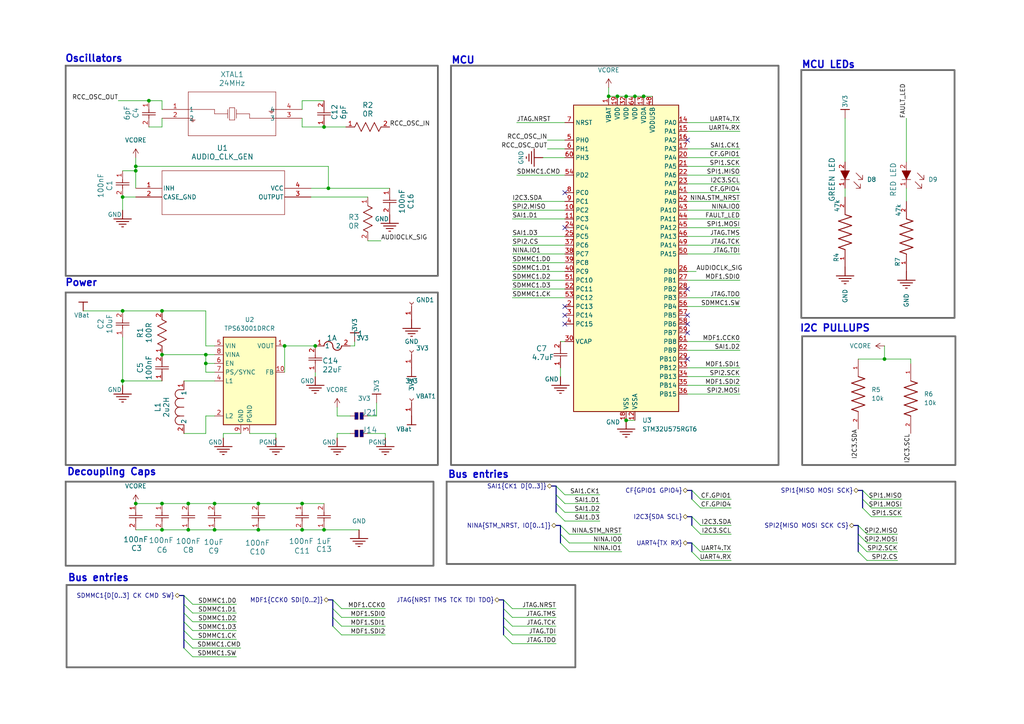
<source format=kicad_sch>
(kicad_sch (version 20250114) (generator "eeschema") (generator_version "9.0")
  (paper "A4")
  (rectangle (start 19.05 19.05) (end 127 80.01) (stroke (width 0.508) (color 102 102 102 1)))
  (rectangle (start 232.41 20.32) (end 276.86 92.202) (stroke (width 0.508) (color 102 102 102 1)))
  (rectangle (start 129.54 139.7) (end 277.114 163.576) (stroke (width 0.508) (color 102 102 102 1)))
  (rectangle (start 130.81 19.05) (end 225.806 134.874) (stroke (width 0.508) (color 102 102 102 1)))
  (rectangle (start 19.05 139.7) (end 125.73 164.084) (stroke (width 0.508) (color 102 102 102 1)))
  (rectangle (start 19.304 169.672) (end 166.878 193.548) (stroke (width 0.508) (color 102 102 102 1)))
  (rectangle (start 232.664 97.536) (end 277.114 134.874) (stroke (width 0.508) (color 102 102 102 1)))
  (rectangle (start 19.05 84.836) (end 127 134.874) (stroke (width 0.508) (color 102 102 102 1)))
  (text "Decoupling Caps\n" (at 19.304 138.176 0) (effects (font (size 2.032 2.032) (thickness 0.4064) (bold yes)) (justify left bottom)))
  (text "Bus entries" (at 129.794 138.938 0) (effects (font (size 2.032 2.032) (thickness 0.4064) (bold yes)) (justify left bottom)))
  (text "Power" (at 18.796 83.312 0) (effects (font (size 2.032 2.032) (thickness 0.4064) (bold yes)) (justify left bottom)))
  (text "Bus entries" (at 19.558 168.91 0) (effects (font (size 2.032 2.032) (thickness 0.4064) (bold yes)) (justify left bottom)))
  (text "MCU LEDs\n" (at 232.41 20.066 0) (effects (font (size 2.032 2.032) (thickness 0.4064) (bold yes)) (justify left bottom)))
  (text "I2C PULLUPS\n" (at 231.902 96.52 0) (effects (font (size 2.032 2.032) (thickness 0.4064) (bold yes)) (justify left bottom)))
  (text "MCU" (at 130.81 18.796 0) (effects (font (size 2.032 2.032) (thickness 0.4064) (bold yes)) (justify left bottom)))
  (text "Oscillators" (at 18.796 18.288 0) (effects (font (size 2.032 2.032) (thickness 0.4064) (bold yes)) (justify left bottom)))
  (junction (at 39.37 49.53))
  (junction (at 181.61 121.92))
  (junction (at 59.69 105.41))
  (junction (at 46.99 153.67))
  (junction (at 82.55 100.33))
  (junction (at 93.98 36.83))
  (junction (at 43.18 29.21))
  (junction (at 39.37 146.05))
  (junction (at 256.54 104.14))
  (junction (at 93.98 153.67))
  (junction (at 179.07 27.94))
  (junction (at 35.56 90.17))
  (junction (at 35.56 57.15))
  (junction (at 95.25 54.61))
  (junction (at 59.69 102.87))
  (junction (at 181.61 27.94))
  (junction (at 74.93 153.67))
  (junction (at 87.63 153.67))
  (junction (at 39.37 48.26))
  (junction (at 35.56 110.49))
  (junction (at 54.61 146.05))
  (junction (at 46.99 146.05))
  (junction (at 62.23 146.05))
  (junction (at 184.15 27.94))
  (junction (at 87.63 146.05))
  (junction (at 176.53 27.94))
  (junction (at 46.99 90.17))
  (junction (at 62.23 153.67))
  (junction (at 186.69 27.94))
  (junction (at 46.99 102.87))
  (junction (at 54.61 153.67))
  (junction (at 74.93 146.05))
  (junction (at 91.44 100.33))
  (no_connect (at 199.39 83.82))
  (no_connect (at 163.83 91.44))
  (no_connect (at 199.39 96.52))
  (no_connect (at 163.83 88.9))
  (no_connect (at 199.39 40.64))
  (no_connect (at 199.39 91.44))
  (no_connect (at 163.83 93.98))
  (no_connect (at 163.83 55.88))
  (no_connect (at 199.39 93.98))
  (no_connect (at 163.83 66.04))
  (no_connect (at 199.39 104.14))
  (bus_entry (at 200.66 149.86) (size 2.54 2.54))
  (bus_entry (at 55.88 190.5) (size -2.54 -2.54))
  (bus_entry (at 200.66 152.4) (size 2.54 2.54))
  (bus_entry (at 55.88 182.88) (size -2.54 -2.54))
  (bus_entry (at 161.29 146.05) (size 2.54 2.54))
  (bus_entry (at 165.1 160.02) (size -2.54 -2.54))
  (bus_entry (at 248.92 152.4) (size 2.54 2.54))
  (bus_entry (at 248.92 157.48) (size 2.54 2.54))
  (bus_entry (at 250.19 144.78) (size 2.54 2.54))
  (bus_entry (at 148.59 181.61) (size -2.54 -2.54))
  (bus_entry (at 200.66 157.48) (size 2.54 2.54))
  (bus_entry (at 200.66 142.24) (size 2.54 2.54))
  (bus_entry (at 200.66 160.02) (size 2.54 2.54))
  (bus_entry (at 161.29 148.59) (size 2.54 2.54))
  (bus_entry (at 250.19 147.32) (size 2.54 2.54))
  (bus_entry (at 55.88 185.42) (size -2.54 -2.54))
  (bus_entry (at 55.88 175.26) (size -2.54 -2.54))
  (bus_entry (at 248.92 154.94) (size 2.54 2.54))
  (bus_entry (at 55.88 180.34) (size -2.54 -2.54))
  (bus_entry (at 99.06 184.15) (size -2.54 -2.54))
  (bus_entry (at 165.1 154.94) (size -2.54 -2.54))
  (bus_entry (at 200.66 144.78) (size 2.54 2.54))
  (bus_entry (at 99.06 179.07) (size -2.54 -2.54))
  (bus_entry (at 99.06 181.61) (size -2.54 -2.54))
  (bus_entry (at 99.06 176.53) (size -2.54 -2.54))
  (bus_entry (at 55.88 177.8) (size -2.54 -2.54))
  (bus_entry (at 148.59 184.15) (size -2.54 -2.54))
  (bus_entry (at 165.1 157.48) (size -2.54 -2.54))
  (bus_entry (at 161.29 143.51) (size 2.54 2.54))
  (bus_entry (at 148.59 179.07) (size -2.54 -2.54))
  (bus_entry (at 248.92 160.02) (size 2.54 2.54))
  (bus_entry (at 250.19 142.24) (size 2.54 2.54))
  (bus_entry (at 55.88 187.96) (size -2.54 -2.54))
  (bus_entry (at 161.29 140.97) (size 2.54 2.54))
  (bus_entry (at 148.59 186.69) (size -2.54 -2.54))
  (bus_entry (at 148.59 176.53) (size -2.54 -2.54))
  (wire (pts (xy 53.34 110.49) (xy 62.23 110.49)))
  (wire (pts (xy 264.16 105.41) (xy 264.16 104.14)))
  (bus (pts (xy 53.34 180.34) (xy 53.34 177.8)))
  (wire (pts (xy 39.37 153.67) (xy 46.99 153.67)))
  (bus (pts (xy 144.78 173.99) (xy 146.05 173.99)))
  (wire (pts (xy 24.13 90.17) (xy 35.56 90.17)))
  (bus (pts (xy 247.65 152.4) (xy 248.92 152.4)))
  (wire (pts (xy 148.59 58.42) (xy 163.83 58.42)))
  (wire (pts (xy 35.56 97.79) (xy 35.56 110.49)))
  (wire (pts (xy 35.56 60.96) (xy 35.56 57.15)))
  (bus (pts (xy 199.39 149.86) (xy 200.66 149.86)))
  (wire (pts (xy 148.59 179.07) (xy 161.29 179.07)))
  (wire (pts (xy 264.16 104.14) (xy 256.54 104.14)))
  (wire (pts (xy 199.39 106.68) (xy 214.63 106.68)))
  (wire (pts (xy 203.2 154.94) (xy 212.09 154.94)))
  (wire (pts (xy 184.15 27.94) (xy 186.69 27.94)))
  (wire (pts (xy 82.55 100.33) (xy 82.55 107.95)))
  (wire (pts (xy 199.39 35.56) (xy 214.63 35.56)))
  (bus (pts (xy 146.05 179.07) (xy 146.05 176.53)))
  (wire (pts (xy 87.63 36.83) (xy 93.98 36.83)))
  (wire (pts (xy 148.59 76.2) (xy 163.83 76.2)))
  (wire (pts (xy 181.61 121.92) (xy 184.15 121.92)))
  (wire (pts (xy 199.39 50.8) (xy 214.63 50.8)))
  (wire (pts (xy 53.34 125.73) (xy 59.69 125.73)))
  (wire (pts (xy 163.83 148.59) (xy 173.99 148.59)))
  (wire (pts (xy 251.46 160.02) (xy 260.35 160.02)))
  (wire (pts (xy 199.39 114.3) (xy 214.63 114.3)))
  (bus (pts (xy 146.05 181.61) (xy 146.05 179.07)))
  (wire (pts (xy 203.2 160.02) (xy 212.09 160.02)))
  (wire (pts (xy 93.98 153.67) (xy 104.14 153.67)))
  (wire (pts (xy 74.93 146.05) (xy 87.63 146.05)))
  (wire (pts (xy 176.53 25.4) (xy 176.53 27.94)))
  (wire (pts (xy 199.39 86.36) (xy 214.63 86.36)))
  (wire (pts (xy 62.23 146.05) (xy 74.93 146.05)))
  (wire (pts (xy 199.39 38.1) (xy 214.63 38.1)))
  (wire (pts (xy 251.46 154.94) (xy 260.35 154.94)))
  (wire (pts (xy 148.59 71.12) (xy 163.83 71.12)))
  (wire (pts (xy 109.22 120.65) (xy 109.22 116.84)))
  (bus (pts (xy 53.34 182.88) (xy 53.34 180.34)))
  (wire (pts (xy 46.99 36.83) (xy 46.99 34.29)))
  (bus (pts (xy 146.05 184.15) (xy 146.05 181.61)))
  (wire (pts (xy 148.59 63.5) (xy 163.83 63.5)))
  (wire (pts (xy 262.89 34.29) (xy 262.89 46.99)))
  (wire (pts (xy 111.76 125.73) (xy 111.76 127)))
  (wire (pts (xy 199.39 55.88) (xy 214.63 55.88)))
  (wire (pts (xy 199.39 78.74) (xy 201.93 78.74)))
  (wire (pts (xy 74.93 153.67) (xy 87.63 153.67)))
  (wire (pts (xy 46.99 31.75) (xy 46.99 29.21)))
  (bus (pts (xy 53.34 172.72) (xy 53.34 175.26)))
  (wire (pts (xy 256.54 100.33) (xy 256.54 104.14)))
  (wire (pts (xy 148.59 81.28) (xy 163.83 81.28)))
  (wire (pts (xy 148.59 83.82) (xy 163.83 83.82)))
  (wire (pts (xy 148.59 60.96) (xy 163.83 60.96)))
  (bus (pts (xy 200.66 157.48) (xy 200.66 160.02)))
  (wire (pts (xy 99.06 179.07) (xy 111.76 179.07)))
  (wire (pts (xy 95.25 54.61) (xy 113.03 54.61)))
  (wire (pts (xy 97.79 118.11) (xy 97.79 120.65)))
  (wire (pts (xy 59.69 105.41) (xy 59.69 107.95)))
  (bus (pts (xy 52.07 172.72) (xy 53.34 172.72)))
  (wire (pts (xy 165.1 157.48) (xy 180.34 157.48)))
  (bus (pts (xy 161.29 143.51) (xy 161.29 146.05)))
  (wire (pts (xy 35.56 90.17) (xy 46.99 90.17)))
  (wire (pts (xy 252.73 144.78) (xy 261.62 144.78)))
  (wire (pts (xy 149.86 50.8) (xy 163.83 50.8)))
  (wire (pts (xy 72.39 125.73) (xy 80.01 125.73)))
  (wire (pts (xy 199.39 60.96) (xy 214.63 60.96)))
  (wire (pts (xy 93.98 36.83) (xy 100.33 36.83)))
  (wire (pts (xy 165.1 160.02) (xy 180.34 160.02)))
  (wire (pts (xy 248.92 104.14) (xy 256.54 104.14)))
  (wire (pts (xy 165.1 154.94) (xy 180.34 154.94)))
  (wire (pts (xy 163.83 43.18) (xy 158.75 43.18)))
  (bus (pts (xy 248.92 154.94) (xy 248.92 157.48)))
  (wire (pts (xy 64.77 125.73) (xy 69.85 125.73)))
  (wire (pts (xy 199.39 101.6) (xy 214.63 101.6)))
  (wire (pts (xy 148.59 78.74) (xy 163.83 78.74)))
  (wire (pts (xy 245.11 54.61) (xy 245.11 57.15)))
  (bus (pts (xy 95.25 173.99) (xy 96.52 173.99)))
  (wire (pts (xy 35.56 57.15) (xy 39.37 57.15)))
  (wire (pts (xy 97.79 125.73) (xy 101.6 125.73)))
  (wire (pts (xy 203.2 147.32) (xy 212.09 147.32)))
  (wire (pts (xy 90.17 57.15) (xy 106.68 57.15)))
  (wire (pts (xy 199.39 66.04) (xy 214.63 66.04)))
  (bus (pts (xy 248.92 157.48) (xy 248.92 160.02)))
  (wire (pts (xy 59.69 105.41) (xy 62.23 105.41)))
  (wire (pts (xy 43.18 36.83) (xy 46.99 36.83)))
  (wire (pts (xy 252.73 149.86) (xy 261.62 149.86)))
  (wire (pts (xy 148.59 176.53) (xy 161.29 176.53)))
  (bus (pts (xy 250.19 144.78) (xy 250.19 147.32)))
  (bus (pts (xy 200.66 142.24) (xy 200.66 144.78)))
  (wire (pts (xy 62.23 153.67) (xy 74.93 153.67)))
  (wire (pts (xy 99.06 176.53) (xy 111.76 176.53)))
  (wire (pts (xy 163.83 151.13) (xy 173.99 151.13)))
  (wire (pts (xy 199.39 45.72) (xy 214.63 45.72)))
  (wire (pts (xy 97.79 127) (xy 97.79 125.73)))
  (wire (pts (xy 162.56 109.22) (xy 162.56 106.68)))
  (wire (pts (xy 148.59 73.66) (xy 163.83 73.66)))
  (wire (pts (xy 55.88 182.88) (xy 68.58 182.88)))
  (wire (pts (xy 199.39 48.26) (xy 214.63 48.26)))
  (wire (pts (xy 181.61 27.94) (xy 184.15 27.94)))
  (wire (pts (xy 110.49 69.85) (xy 106.68 69.85)))
  (wire (pts (xy 59.69 125.73) (xy 59.69 120.65)))
  (wire (pts (xy 106.68 125.73) (xy 111.76 125.73)))
  (wire (pts (xy 59.69 90.17) (xy 46.99 90.17)))
  (wire (pts (xy 203.2 144.78) (xy 212.09 144.78)))
  (wire (pts (xy 179.07 27.94) (xy 181.61 27.94)))
  (wire (pts (xy 199.39 99.06) (xy 214.63 99.06)))
  (wire (pts (xy 54.61 146.05) (xy 62.23 146.05)))
  (wire (pts (xy 199.39 73.66) (xy 214.63 73.66)))
  (wire (pts (xy 87.63 153.67) (xy 93.98 153.67)))
  (wire (pts (xy 90.17 54.61) (xy 95.25 54.61)))
  (wire (pts (xy 199.39 63.5) (xy 214.63 63.5)))
  (wire (pts (xy 97.79 120.65) (xy 101.6 120.65)))
  (wire (pts (xy 163.83 146.05) (xy 173.99 146.05)))
  (wire (pts (xy 39.37 45.72) (xy 39.37 48.26)))
  (bus (pts (xy 161.29 152.4) (xy 162.56 152.4)))
  (wire (pts (xy 82.55 100.33) (xy 91.44 100.33)))
  (wire (pts (xy 54.61 153.67) (xy 62.23 153.67)))
  (wire (pts (xy 55.88 177.8) (xy 68.58 177.8)))
  (wire (pts (xy 59.69 102.87) (xy 59.69 105.41)))
  (wire (pts (xy 199.39 109.22) (xy 214.63 109.22)))
  (wire (pts (xy 157.48 45.72) (xy 163.83 45.72)))
  (wire (pts (xy 251.46 162.56) (xy 260.35 162.56)))
  (wire (pts (xy 87.63 29.21) (xy 93.98 29.21)))
  (wire (pts (xy 245.11 34.29) (xy 245.11 46.99)))
  (wire (pts (xy 55.88 180.34) (xy 68.58 180.34)))
  (bus (pts (xy 161.29 146.05) (xy 161.29 148.59)))
  (wire (pts (xy 95.25 48.26) (xy 95.25 54.61)))
  (wire (pts (xy 99.06 184.15) (xy 111.76 184.15)))
  (bus (pts (xy 161.29 140.97) (xy 161.29 143.51)))
  (wire (pts (xy 55.88 185.42) (xy 68.58 185.42)))
  (wire (pts (xy 251.46 157.48) (xy 260.35 157.48)))
  (wire (pts (xy 46.99 110.49) (xy 35.56 110.49)))
  (wire (pts (xy 39.37 48.26) (xy 95.25 48.26)))
  (bus (pts (xy 160.02 140.97) (xy 161.29 140.97)))
  (wire (pts (xy 148.59 186.69) (xy 161.29 186.69)))
  (wire (pts (xy 199.39 71.12) (xy 214.63 71.12)))
  (wire (pts (xy 59.69 102.87) (xy 62.23 102.87)))
  (wire (pts (xy 186.69 27.94) (xy 189.23 27.94)))
  (wire (pts (xy 46.99 153.67) (xy 54.61 153.67)))
  (bus (pts (xy 162.56 152.4) (xy 162.56 154.94)))
  (bus (pts (xy 96.52 173.99) (xy 96.52 176.53)))
  (wire (pts (xy 87.63 34.29) (xy 87.63 36.83)))
  (wire (pts (xy 149.86 35.56) (xy 163.83 35.56)))
  (wire (pts (xy 39.37 49.53) (xy 39.37 54.61)))
  (wire (pts (xy 99.06 181.61) (xy 111.76 181.61)))
  (wire (pts (xy 158.75 40.64) (xy 163.83 40.64)))
  (wire (pts (xy 43.18 29.21) (xy 34.29 29.21)))
  (wire (pts (xy 35.56 49.53) (xy 39.37 49.53)))
  (bus (pts (xy 53.34 182.88) (xy 53.34 185.42)))
  (wire (pts (xy 148.59 86.36) (xy 163.83 86.36)))
  (wire (pts (xy 55.88 187.96) (xy 69.85 187.96)))
  (wire (pts (xy 80.01 125.73) (xy 80.01 127)))
  (wire (pts (xy 199.39 53.34) (xy 214.63 53.34)))
  (wire (pts (xy 59.69 107.95) (xy 62.23 107.95)))
  (wire (pts (xy 39.37 48.26) (xy 39.37 49.53)))
  (wire (pts (xy 203.2 162.56) (xy 212.09 162.56)))
  (wire (pts (xy 91.44 107.95) (xy 91.44 109.22)))
  (wire (pts (xy 55.88 190.5) (xy 68.58 190.5)))
  (wire (pts (xy 199.39 43.18) (xy 214.63 43.18)))
  (bus (pts (xy 250.19 142.24) (xy 250.19 144.78)))
  (wire (pts (xy 87.63 31.75) (xy 87.63 29.21)))
  (bus (pts (xy 199.39 142.24) (xy 200.66 142.24)))
  (wire (pts (xy 163.83 143.51) (xy 173.99 143.51)))
  (wire (pts (xy 199.39 58.42) (xy 214.63 58.42)))
  (wire (pts (xy 199.39 88.9) (xy 214.63 88.9)))
  (wire (pts (xy 199.39 111.76) (xy 214.63 111.76)))
  (bus (pts (xy 96.52 179.07) (xy 96.52 181.61)))
  (bus (pts (xy 96.52 179.07) (xy 96.52 176.53)))
  (wire (pts (xy 102.87 100.33) (xy 101.6 100.33)))
  (wire (pts (xy 59.69 100.33) (xy 62.23 100.33)))
  (wire (pts (xy 148.59 181.61) (xy 161.29 181.61)))
  (wire (pts (xy 176.53 27.94) (xy 179.07 27.94)))
  (wire (pts (xy 59.69 90.17) (xy 59.69 100.33)))
  (wire (pts (xy 199.39 81.28) (xy 214.63 81.28)))
  (wire (pts (xy 106.68 120.65) (xy 109.22 120.65)))
  (wire (pts (xy 203.2 152.4) (xy 212.09 152.4)))
  (bus (pts (xy 162.56 154.94) (xy 162.56 157.48)))
  (wire (pts (xy 102.87 99.06) (xy 102.87 100.33)))
  (wire (pts (xy 162.56 99.06) (xy 163.83 99.06)))
  (wire (pts (xy 59.69 120.65) (xy 62.23 120.65)))
  (bus (pts (xy 248.92 142.24) (xy 250.19 142.24)))
  (wire (pts (xy 46.99 146.05) (xy 54.61 146.05)))
  (wire (pts (xy 39.37 146.05) (xy 46.99 146.05)))
  (wire (pts (xy 262.89 54.61) (xy 262.89 58.42)))
  (wire (pts (xy 87.63 146.05) (xy 93.98 146.05)))
  (wire (pts (xy 46.99 102.87) (xy 59.69 102.87)))
  (bus (pts (xy 248.92 152.4) (xy 248.92 154.94)))
  (bus (pts (xy 199.39 157.48) (xy 200.66 157.48)))
  (wire (pts (xy 64.77 127) (xy 64.77 125.73)))
  (wire (pts (xy 46.99 29.21) (xy 43.18 29.21)))
  (wire (pts (xy 35.56 110.49) (xy 35.56 111.76)))
  (wire (pts (xy 163.83 68.58) (xy 148.59 68.58)))
  (bus (pts (xy 53.34 177.8) (xy 53.34 175.26)))
  (wire (pts (xy 148.59 184.15) (xy 161.29 184.15)))
  (bus (pts (xy 146.05 173.99) (xy 146.05 176.53)))
  (bus (pts (xy 200.66 149.86) (xy 200.66 152.4)))
  (wire (pts (xy 55.88 175.26) (xy 68.58 175.26)))
  (wire (pts (xy 252.73 147.32) (xy 261.62 147.32)))
  (wire (pts (xy 199.39 68.58) (xy 214.63 68.58)))
  (bus (pts (xy 53.34 185.42) (xy 53.34 187.96)))
  (label "SPI1.SCK" (at 261.62 149.86 180))
  (label "JTAG.TMS" (at 161.29 179.07 180))
  (label "I2C3.SCL" (at 264.16 125.73 270))
  (label "CF.GPIO4" (at 214.63 55.88 180))
  (label "SDMMC1.D1" (at 68.58 177.8 180))
  (label "MDF1.CCK0" (at 111.76 176.53 180))
  (label "RCC_OSC_OUT" (at 158.75 43.18 180))
  (label "RCC_OSC_IN" (at 158.75 40.64 180))
  (label "SPI1.MISO" (at 214.63 50.8 180))
  (label "SPI2.CS" (at 260.35 162.56 180))
  (label "SDMMC1.D3" (at 148.59 83.82 0))
  (label "SDMMC1.SW" (at 214.63 88.9 180))
  (label "SDMMC1.D0" (at 148.59 76.2 0))
  (label "SPI2.SCK" (at 260.35 160.02 180))
  (label "MDF1.CCK0" (at 214.63 99.06 180))
  (label "SDMMC1.SW" (at 68.58 190.5 180))
  (label "MDF1.SDI2" (at 111.76 184.15 180))
  (label "JTAG.TCK" (at 214.63 71.12 180))
  (label "I2C3.SDA" (at 248.92 124.46 270))
  (label "JTAG.NRST" (at 161.29 176.53 180))
  (label "SDMMC1.D2" (at 68.58 180.34 180))
  (label "NINA.IO1" (at 148.59 73.66 0))
  (label "I2C3.SCL" (at 214.63 53.34 180))
  (label "SDMMC1.D0" (at 68.58 175.26 180))
  (label "MDF1.SDI0" (at 214.63 81.28 180))
  (label "UART4.TX" (at 212.09 160.02 180))
  (label "MDF1.SDI1" (at 111.76 181.61 180))
  (label "SAI1.D2" (at 173.99 148.59 180))
  (label "SAI1.D3" (at 148.59 68.58 0))
  (label "FAULT_LED" (at 262.89 34.29 90))
  (label "UART4.RX" (at 214.63 38.1 180))
  (label "I2C3.SDA" (at 148.59 58.42 0))
  (label "NINA.STM_NRST" (at 180.34 154.94 180))
  (label "MDF1.SDI1" (at 214.63 106.68 180))
  (label "SAI1.CK1" (at 173.99 143.51 180))
  (label "SPI2.MOSI" (at 214.63 114.3 180))
  (label "JTAG.TCK" (at 161.29 181.61 180))
  (label "SPI1.MOSI" (at 214.63 66.04 180))
  (label "FAULT_LED" (at 214.63 63.5 180))
  (label "SDMMC1.CMD" (at 69.85 187.96 180))
  (label "JTAG.TMS" (at 214.63 68.58 180))
  (label "UART4.RX" (at 212.09 162.56 180))
  (label "SPI1.SCK" (at 214.63 48.26 180))
  (label "JTAG.TDI" (at 214.63 73.66 180))
  (label "CF.GPIO1" (at 212.09 144.78 180))
  (label "JTAG.TDO" (at 161.29 186.69 180))
  (label "SPI2.SCK" (at 214.63 109.22 180))
  (label "SDMMC1.CMD" (at 149.86 50.8 0))
  (label "JTAG.TDO" (at 214.63 86.36 180))
  (label "SAI1.D2" (at 214.63 101.6 180))
  (label "SPI2.MISO" (at 260.35 154.94 180))
  (label "SAI1.D1" (at 148.59 63.5 0))
  (label "AUDIOCLK_SIG" (at 201.93 78.74 0))
  (label "SPI2.CS" (at 148.59 71.12 0))
  (label "MDF1.SDI0" (at 111.76 179.07 180))
  (label "CF.GPIO1" (at 214.63 45.72 180))
  (label "CF.GPIO4" (at 212.09 147.32 180))
  (label "I2C3.SDA" (at 212.09 152.4 180))
  (label "SAI1.D3" (at 173.99 151.13 180))
  (label "SDMMC1.D1" (at 148.59 78.74 0))
  (label "MDF1.SDI2" (at 214.63 111.76 180))
  (label "SPI1.MISO" (at 261.62 144.78 180))
  (label "NINA.IO0" (at 214.63 60.96 180))
  (label "AUDIOCLK_SIG" (at 110.49 69.85 0))
  (label "SDMMC1.D3" (at 68.58 182.88 180))
  (label "SDMMC1.CK" (at 148.59 86.36 0))
  (label "SAI1.D1" (at 173.99 146.05 180))
  (label "NINA.IO1" (at 180.34 160.02 180))
  (label "RCC_OSC_OUT" (at 34.29 29.21 180))
  (label "NINA.IO0" (at 180.34 157.48 180))
  (label "RCC_OSC_IN" (at 113.03 36.83 0))
  (label "UART4.TX" (at 214.63 35.56 180))
  (label "SPI2.MOSI" (at 260.35 157.48 180))
  (label "SAI1.CK1" (at 214.63 43.18 180))
  (label "JTAG.NRST" (at 149.86 35.56 0))
  (label "SPI2.MISO" (at 148.59 60.96 0))
  (label "I2C3.SCL" (at 212.09 154.94 180))
  (label "SPI1.MOSI" (at 261.62 147.32 180))
  (label "SDMMC1.D2" (at 148.59 81.28 0))
  (label "JTAG.TDI" (at 161.29 184.15 180))
  (label "NINA.STM_NRST" (at 214.63 58.42 180))
  (label "SDMMC1.CK" (at 68.58 185.42 180))
  (hierarchical_label "SPI1{MISO MOSI SCK}" (shape bidirectional) (at 248.92 142.24 180))
  (hierarchical_label "I2C3{SDA SCL}" (shape bidirectional) (at 199.39 149.86 180))
  (hierarchical_label "NINA{STM_NRST, IO[0..1]}" (shape bidirectional) (at 161.29 152.4 180))
  (hierarchical_label "SPI2{MISO MOSI SCK CS}" (shape bidirectional) (at 247.65 152.4 180))
  (hierarchical_label "SAI1{CK1 D[0..3]}" (shape bidirectional) (at 160.02 140.97 180))
  (hierarchical_label "JTAG{NRST TMS TCK TDI TDO}" (shape bidirectional) (at 144.78 173.99 180))
  (hierarchical_label "MDF1{CCK0 SDI[0..2]}" (shape bidirectional) (at 95.25 173.99 180))
  (hierarchical_label "UART4{TX RX}" (shape bidirectional) (at 199.39 157.48 180))
  (hierarchical_label "SDMMC1{D[0..3] CK CMD SW}" (shape bidirectional) (at 52.07 172.72 180))
  (hierarchical_label "CF{GPIO1 GPIO4}" (shape bidirectional) (at 199.39 142.24 180))
  (symbol (lib_id "Connector:Conn_01x01_Socket") (at 119.38 87.63 90) (unit 1)
    (property "Reference" "GND1" (at 120.65 86.9949 90) (effects (justify right)))
    (property "Value" "GND1" (effects (hide yes)))
    (property "Footprint" "Connector_PinHeader_2.54mm:PinHeader_1x01_P2.54mm_Vertical" (effects (hide yes)))
    (property "Datasheet" "https://www.digikey.ch/de/products/detail/samtec-inc/TS-101-G-AA/6691609" (effects (hide yes)))
    (property "Description" "Generic connector, single row, 01x01, script generated" (effects (hide yes)))
  )
  (symbol (lib_id "gap9_deck_v2-altium-import:GND_POWER_GROUND") (at 35.56 60.96 0) (unit 1)
    (property "Reference" "#PWR02" (effects (hide yes)))
    (property "Value" "GND" (at 33.274 62.23 0))
    (property "Description" "Power symbol creates a global label with name 'GND'" (effects (hide yes)))
  )
  (symbol (lib_id "ul_CBR02C609C9GAC:CBR02C609C9GAC") (at 43.18 29.21 270) (unit 1)
    (property "Reference" "C4" (at 39.37 32.766 0) (effects (font (size 1.524 1.524))))
    (property "Value" "6pF" (at 36.83 32.766 0) (effects (font (size 1.524 1.524))))
    (property "Footprint" "CAPC6333_33N_KEM" (effects (hide yes)))
    (property "Datasheet" "https://www.digikey.ch/en/products/detail/kemet/CBR02C609C8GAC/21803232" (effects (hide yes)))
  )
  (symbol (lib_id "ul_CL10A106KP8NNNC:CL10A106KP8NNNC") (at 62.23 153.67 90) (unit 1)
    (property "Reference" "C9" (at 61.976 159.766 90) (effects (font (size 1.524 1.524))))
    (property "Value" "10uF" (at 61.976 157.226 90) (effects (font (size 1.524 1.524))))
    (property "Footprint" "CAP_CL10_SAM" (effects (hide yes)))
    (property "Datasheet" "https://www.digikey.ch/de/products/detail/samsung-electro-mechanics/CL10B106MQ8NRNC/3887606?s=N4IgTCBcDaIMIBkCMAGAQqgbAWQIoA4A5AJULhAF0BfIA" (effects (hide yes)))
  )
  (symbol (lib_id "gap9_deck_v2-altium-import:GND_POWER_GROUND") (at 157.48 45.72 270) (unit 1)
    (property "Reference" "#PWR016" (effects (hide yes)))
    (property "Value" "GND" (at 151.13 45.72 0))
    (property "Description" "Power symbol creates a global label with name 'GND'" (effects (hide yes)))
  )
  (symbol (lib_id "power:+3.3VDAC") (at 256.54 100.33 90) (unit 1)
    (property "Reference" "#PWR020" (effects (hide yes)))
    (property "Value" "VCORE" (at 252.73 100.3299 90) (effects (justify left)))
    (property "Description" "Power symbol creates a global label with name \"+3.3VDAC\"" (effects (hide yes)))
  )
  (symbol (lib_id "gap9_deck_v2-altium-import:GND_POWER_GROUND") (at 181.61 121.92 0) (unit 1)
    (property "Reference" "#PWR018" (effects (hide yes)))
    (property "Value" "GND" (at 177.8 122.428 0))
    (property "Description" "Power symbol creates a global label with name 'GND'" (effects (hide yes)))
  )
  (symbol (lib_id "gap9_deck_v2-altium-import:GND_POWER_GROUND") (at 113.03 62.23 0) (unit 1)
    (property "Reference" "#PWR011" (effects (hide yes)))
    (property "Value" "GND" (at 110.744 63.5 0))
    (property "Description" "Power symbol creates a global label with name 'GND'" (effects (hide yes)))
  )
  (symbol (lib_id "power:+3.3VDAC") (at 176.53 25.4 0) (unit 1)
    (property "Reference" "#PWR017" (effects (hide yes)))
    (property "Value" "VCORE" (at 176.53 20.32 0))
    (property "Description" "Power symbol creates a global label with name \"+3.3VDAC\"" (effects (hide yes)))
  )
  (symbol (lib_id "power:+3.3VDAC") (at 39.37 45.72 0) (unit 1)
    (property "Reference" "#PWR04" (effects (hide yes)))
    (property "Value" "VCORE" (at 39.37 40.64 0))
    (property "Description" "Power symbol creates a global label with name \"+3.3VDAC\"" (effects (hide yes)))
  )
  (symbol (lib_id "ul_KC2016Z12-2880C15XXK:KC2016Z12.2880C15XXK") (at 39.37 54.61 0) (unit 1)
    (property "Reference" "U1" (at 64.516 42.926 0) (effects (font (size 1.524 1.524))))
    (property "Value" "AUDIO_CLK_GEN" (at 64.516 45.466 0) (effects (font (size 1.524 1.524))))
    (property "Footprint" "OSC_KC2016Z_KYO" (effects (hide yes)))
    (property "Datasheet" "https://www.digikey.ch/de/products/detail/kyocera-avx/KC2016Z12-2880C15XXK/11610017?s=N4IgTCBcDaINIGEwAYCMA2AWqsA6MAHAcgqgKwAaFcIAugL5A" (effects (hide yes)))
  )
  (symbol (lib_id "gap9_deck_v2-altium-import:GND_POWER_GROUND") (at 91.44 109.22 0) (unit 1)
    (property "Reference" "#PWR08" (effects (hide yes)))
    (property "Value" "GND" (at 89.154 110.49 0))
    (property "Description" "Power symbol creates a global label with name 'GND'" (effects (hide yes)))
  )
  (symbol (lib_id "ul_CBR02C609C9GAC:CBR02C609C9GAC") (at 93.98 36.83 90) (unit 1)
    (property "Reference" "C12" (at 97.028 32.512 0) (effects (font (size 1.524 1.524))))
    (property "Value" "6pF" (at 99.568 32.512 0) (effects (font (size 1.524 1.524))))
    (property "Footprint" "CAPC6333_33N_KEM" (effects (hide yes)))
    (property "Datasheet" "https://www.digikey.ch/en/products/detail/kemet/CBR02C609C8GAC/21803232" (effects (hide yes)))
  )
  (symbol (lib_id "ul_CS14522-24M:NX3225SA-24.000M-STD-CSR-1") (at 46.99 31.75 0) (unit 1)
    (property "Reference" "XTAL1" (at 67.31 21.59 0) (effects (font (size 1.524 1.524))))
    (property "Value" "24MHz" (at 67.31 24.13 0) (effects (font (size 1.524 1.524))))
    (property "Footprint" "NX3225SA-24.000M-STD-CSR-1_NDK" (effects (hide yes)))
    (property "Datasheet" "https://www.digikey.ch/de/products/detail/ndk-nihon-dempa-kogyo-co-ltd/CS14522-24M/1128834" (effects (hide yes)))
  )
  (symbol (lib_id "ul_RMCF0603ZT0R00:RMCF0603ZT0R00") (at 100.33 36.83 0) (unit 1)
    (property "Reference" "R2" (at 106.68 30.48 0) (effects (font (size 1.524 1.524))))
    (property "Value" "0R" (at 106.68 33.02 0) (effects (font (size 1.524 1.524))))
    (property "Footprint" "STA_RMCF0603_STP" (effects (hide yes)))
    (property "Datasheet" "https://www.digikey.ch/de/products/detail/stackpole-electronics-inc/RMCF0603ZT0R00/1756908?s=N4IgTCBcDaIEoFkDCAxADANjQZgFoBU0400QBdAXyA" (effects (hide yes)))
  )
  (symbol (lib_id "gap9_deck_v2-altium-import:GND_POWER_GROUND") (at 104.14 153.67 0) (unit 1)
    (property "Reference" "#PWR010" (effects (hide yes)))
    (property "Value" "GND" (at 104.14 151.13 0))
    (property "Description" "Power symbol creates a global label with name 'GND'" (effects (hide yes)))
  )
  (symbol (lib_id "Regulator_Switching:TPS63001") (at 72.39 110.49 0) (unit 1)
    (property "Reference" "U2" (at 72.39 92.71 0))
    (property "Value" "TPS63001DRCR" (at 72.39 95.25 0))
    (property "Footprint" "Package_SON:Texas_DRC0010J_ThermalVias" (effects (hide yes)))
    (property "Datasheet" "https://www.digikey.ch/de/products/detail/texas-instruments/tps63001drcr/1016476" (effects (hide yes)))
    (property "Description" "Buck-Boost Converter, 1.8-5.5V Input Voltage, 1.7A Switch Current, 3.3V Output Voltage, VSON-10" (effects (hide yes)))
  )
  (symbol (lib_id "gap9_deck_v2-altium-import:GND_POWER_GROUND") (at 245.11 77.47 0) (unit 1)
    (property "Reference" "#PWR019" (effects (hide yes)))
    (property "Value" "GND" (at 245.11 83.82 90) (effects (justify right)))
    (property "Description" "Power symbol creates a global label with name 'GND'" (effects (hide yes)))
  )
  (symbol (lib_id "ul_0402B104K160CT:0402B104K160CT") (at 54.61 153.67 90) (unit 1)
    (property "Reference" "C8" (at 54.61 159.512 90) (effects (font (size 1.524 1.524))))
    (property "Value" "100nF" (at 54.61 156.972 90) (effects (font (size 1.524 1.524))))
    (property "Footprint" "CAP_0402_N_WAL" (effects (hide yes)))
    (property "Datasheet" "https://www.digikey.ch/de/products/detail/walsin-technology-corporation/0402B104K160CT/6707534?s=N4IgTCBcDaIAwBY5gEIEZEGk0DY4GEAVEAXQF8g" (effects (hide yes)))
  )
  (symbol (lib_id "ul_0ZCK0020FF2G:0ZCK0020FF2G") (at 91.44 100.33 0) (unit 1)
    (property "Reference" "F1" (at 103.886 96.774 0) (effects (font (size 1.524 1.524))))
    (property "Value" "1A" (at 96.266 98.044 0) (effects (font (size 1.524 1.524))))
    (property "Footprint" "0ZCK_BEL" (effects (hide yes)))
    (property "Datasheet" "https://www.digikey.ch/de/products/detail/bel-fuse-inc/0ZCK0020FF2G/4156140?s=N4IgTCBcDaIAwC0DCBpOcxwGJbAcRAF0BfIA" (effects (hide yes)))
  )
  (symbol (lib_id "dk_LED-Indication-Discrete:LTST-C191KRKT") (at 262.89 52.07 270) (unit 1)
    (property "Reference" "D9" (at 269.24 52.0699 90) (effects (justify left)))
    (property "Value" "RED LED" (at 259.08 52.07 0) (effects (font (size 1.524 1.524))))
    (property "Footprint" "digikey-footprints:LED_0603" (effects (hide yes)))
    (property "Datasheet" "https://www.digikey.ch/de/products/detail/liteon/LTST-C191KRKT/386837?s=N4IgTCBcDaIDIBUDKCC0BhAjATkwaQCU8EQBdAXyA" (effects (hide yes)))
    (property "Description" "LED RED CLEAR SMD" (effects (hide yes)))
    (property "Digi-Key_PN" "160-1447-1-ND" (effects (hide yes)))
    (property "MPN" "LTST-C191KRKT" (effects (hide yes)))
    (property "Category" "Optoelectronics" (effects (hide yes)))
    (property "Family" "LED Indication - Discrete" (effects (hide yes)))
    (property "DK_Datasheet_Link" "http://optoelectronics.liteon.com/upload/download/DS22-2000-223/LTST-C191KRKT.PDF" (effects (hide yes)))
    (property "DK_Detail_Page" "/product-detail/en/lite-on-inc/LTST-C191KRKT/160-1447-1-ND/386836" (effects (hide yes)))
    (property "Description_1" "LED RED CLEAR SMD" (effects (hide yes)))
    (property "Manufacturer" "Lite-On Inc." (effects (hide yes)))
    (property "Status" "Active" (effects (hide yes)))
  )
  (symbol (lib_id "gap9_deck_v2-altium-import:GND_POWER_GROUND") (at 35.56 111.76 0) (unit 1)
    (property "Reference" "#PWR03" (effects (hide yes)))
    (property "Value" "GND" (at 33.274 113.03 0))
    (property "Description" "Power symbol creates a global label with name 'GND'" (effects (hide yes)))
  )
  (symbol (lib_id "gap9_deck_v2-altium-import:GND_POWER_GROUND") (at 262.89 78.74 0) (unit 1)
    (property "Reference" "#PWR021" (effects (hide yes)))
    (property "Value" "GND" (at 262.89 85.09 90) (effects (justify right)))
    (property "Description" "Power symbol creates a global label with name 'GND'" (effects (hide yes)))
  )
  (symbol (lib_id "Connector:Conn_01x01_Socket") (at 119.38 101.6 90) (unit 1)
    (property "Reference" "3V3" (at 120.65 100.9649 90) (effects (justify right)))
    (property "Value" "3V3" (effects (hide yes)))
    (property "Footprint" "Connector_PinHeader_2.54mm:PinHeader_1x01_P2.54mm_Vertical" (effects (hide yes)))
    (property "Description" "Generic connector, single row, 01x01, script generated" (effects (hide yes)))
  )
  (symbol (lib_id "gap9_deck_v2-altium-import:3V3_BAR") (at 109.22 116.84 180) (unit 1)
    (property "Reference" "#PWR075" (effects (hide yes)))
    (property "Value" "3V3" (at 105.664 115.57 0))
    (property "Description" "Power symbol creates a global label with name '3V3'" (effects (hide yes)))
  )
  (symbol (lib_id "gap9_deck_v2-altium-import:GND_POWER_GROUND") (at 111.76 127 0) (unit 1)
    (property "Reference" "#PWR072" (effects (hide yes)))
    (property "Value" "PGND" (at 109.474 128.27 0))
    (property "Description" "Power symbol creates a global label with name 'GND'" (effects (hide yes)))
  )
  (symbol (lib_id "ul_CRCW0603100RFKEAHP:CRCW0603100RFKEAHP") (at 46.99 102.87 90) (unit 1)
    (property "Reference" "R1" (at 40.64 96.52 0) (effects (font (size 1.524 1.524))))
    (property "Value" "100R" (at 43.18 96.52 0) (effects (font (size 1.524 1.524))))
    (property "Footprint" "RC0603N_VIS" (effects (hide yes)))
    (property "Datasheet" "https://www.digikey.ch/de/products/detail/yageo/RC0603FR-07100RL/726888" (effects (hide yes)))
  )
  (symbol (lib_id "gap9_deck_v2-altium-import:VBat_BAR") (at 24.13 90.17 180) (unit 1)
    (property "Reference" "#PWR01" (effects (hide yes)))
    (property "Value" "VBat" (at 25.908 91.44 0) (effects (justify left)))
    (property "Description" "Power symbol creates a global label with name 'VBat'" (effects (hide yes)))
  )
  (symbol (lib_id "ul_CL10B105KP8NNNC:CL10B105KP8NNNC") (at 93.98 153.67 90) (unit 1)
    (property "Reference" "C13" (at 93.98 159.258 90) (effects (font (size 1.524 1.524))))
    (property "Value" "1uF" (at 93.98 156.972 90) (effects (font (size 1.524 1.524))))
    (property "Footprint" "CAP_CL10_SAM" (effects (hide yes)))
    (property "Datasheet" "https://www.digikey.ch/en/products/detail/samsung-electro-mechanics/CL10B105KP8NNNC/3887604?s=N4IgTCBcDaIMIBkCMAGAQqgrAaQAoA4A5YuEAXQF8g" (effects (hide yes)))
  )
  (symbol (lib_id "gap9_deck_v2-altium-import:3V3_BAR") (at 245.11 34.29 180) (unit 1)
    (property "Reference" "#PWR070" (effects (hide yes)))
    (property "Value" "3V3" (effects (hide yes)))
    (property "Description" "Power symbol creates a global label with name '3V3'" (effects (hide yes)))
  )
  (symbol (lib_id "ul_CL05A475MP5NRNC:CL05A475MP5NRNC") (at 162.56 106.68 90) (unit 1)
    (property "Reference" "C7" (at 155.448 101.092 90) (effects (font (size 1.524 1.524)) (justify right)))
    (property "Value" "4.7uF" (at 154.178 103.632 90) (effects (font (size 1.524 1.524)) (justify right)))
    (property "Footprint" "CAP_CL05_SAM" (effects (hide yes)))
    (property "Datasheet" "https://www.digikey.ch/en/products/detail/samsung-electro-mechanics/CL05A475MP5NRNC/3887140?s=N4IgTCBcDaIMIBkAMBWAggFgOwoLIAUUA5AJSLhAF0BfIA" (effects (hide yes)))
  )
  (symbol (lib_id "power:+3.3VDAC") (at 97.79 118.11 0) (unit 1)
    (property "Reference" "#PWR074" (effects (hide yes)))
    (property "Value" "VCORE" (at 97.79 113.03 0))
    (property "Description" "Power symbol creates a global label with name \"+3.3VDAC\"" (effects (hide yes)))
  )
  (symbol (lib_id "MCU_ST_STM32U5:STM32U575RGTx") (at 181.61 76.2 0) (unit 1)
    (property "Reference" "U3" (at 186.2933 121.92 0) (effects (justify left)))
    (property "Value" "STM32U575RGT6" (at 186.2933 124.46 0) (effects (justify left)))
    (property "Footprint" "Package_QFP:LQFP-64_10x10mm_P0.5mm" (effects (hide yes)))
    (property "Datasheet" "https://www.digikey.ch/de/products/detail/stmicroelectronics/STM32U575RGT6/18085964" (effects (hide yes)))
    (property "Description" "STMicroelectronics Arm Cortex-M33 MCU, 1024KB flash, 786KB RAM, 160 MHz, 1.71-3.6V, 51 GPIO, LQFP64" (effects (hide yes)))
  )
  (symbol (lib_id "ul_0402B104K160CT:0402B104K160CT") (at 39.37 146.05 270) (unit 1)
    (property "Reference" "C3" (at 39.624 159.004 90) (effects (font (size 1.524 1.524))))
    (property "Value" "100nF" (at 39.37 156.464 90) (effects (font (size 1.524 1.524))))
    (property "Footprint" "CAP_0402_N_WAL" (effects (hide yes)))
    (property "Datasheet" "https://www.digikey.ch/de/products/detail/walsin-technology-corporation/0402B104K160CT/6707534?s=N4IgTCBcDaIAwBY5gEIEZEGk0DY4GEAVEAXQF8g" (effects (hide yes)))
  )
  (symbol (lib_id "ul_0402B104K160CT:0402B104K160CT") (at 74.93 153.67 90) (unit 1)
    (property "Reference" "C10" (at 74.676 160.02 90) (effects (font (size 1.524 1.524))))
    (property "Value" "100nF" (at 74.676 157.48 90) (effects (font (size 1.524 1.524))))
    (property "Footprint" "CAP_0402_N_WAL" (effects (hide yes)))
    (property "Datasheet" "https://www.digikey.ch/de/products/detail/walsin-technology-corporation/0402B104K160CT/6707534?s=N4IgTCBcDaIAwBY5gEIEZEGk0DY4GEAVEAXQF8g" (effects (hide yes)))
  )
  (symbol (lib_id "gap9_deck:CMP-00005-5") (at 104.14 120.65 90) (unit 1)
    (property "Reference" "J21" (at 107.188 119.634 90) (effects (font (size 1.6256 1.6256))))
    (property "Value" "Solder Jumper" (effects (hide yes)))
    (property "Footprint" "Jumper:SolderJumper-2_P1.3mm_Open_RoundedPad1.0x1.5mm" (effects (hide yes)))
    (property "Technology" "SMT" (effects (hide yes)))
    (property "ALTIUM_VALUE" "1" (effects (hide yes)))
  )
  (symbol (lib_id "gap9_deck_v2-altium-import:GND_POWER_GROUND") (at 64.77 127 0) (unit 1)
    (property "Reference" "#PWR06" (effects (hide yes)))
    (property "Value" "GND" (at 62.484 128.27 0))
    (property "Description" "Power symbol creates a global label with name 'GND'" (effects (hide yes)))
  )
  (symbol (lib_id "ul_0402B104K160CT:0402B104K160CT") (at 113.03 54.61 270) (unit 1)
    (property "Reference" "C16" (at 119.126 58.42 0) (effects (font (size 1.524 1.524))))
    (property "Value" "100nF" (at 116.586 58.42 0) (effects (font (size 1.524 1.524))))
    (property "Footprint" "CAP_0402_N_WAL" (effects (hide yes)))
    (property "Datasheet" "https://www.digikey.ch/de/products/detail/walsin-technology-corporation/0402B104K160CT/6707534?s=N4IgTCBcDaIAwBY5gEIEZEGk0DY4GEAVEAXQF8g" (effects (hide yes)))
  )
  (symbol (lib_id "Connector:Conn_01x01_Socket") (at 119.38 115.57 90) (unit 1)
    (property "Reference" "VBAT1" (at 120.65 114.9349 90) (effects (justify right)))
    (property "Value" "GND1" (effects (hide yes)))
    (property "Footprint" "Connector_PinHeader_2.54mm:PinHeader_1x01_P2.54mm_Vertical" (effects (hide yes)))
    (property "Datasheet" "https://www.digikey.ch/de/products/detail/samtec-inc/TS-101-G-AA/6691609" (effects (hide yes)))
    (property "Description" "Generic connector, single row, 01x01, script generated" (effects (hide yes)))
  )
  (symbol (lib_id "gap9_deck_v2-altium-import:GND_POWER_GROUND") (at 80.01 127 0) (unit 1)
    (property "Reference" "#PWR07" (effects (hide yes)))
    (property "Value" "PGND" (at 77.724 128.27 0))
    (property "Description" "Power symbol creates a global label with name 'GND'" (effects (hide yes)))
  )
  (symbol (lib_id "ul_ERJPA3F4702V:ERJPA3F4702V") (at 245.11 67.31 90) (unit 1)
    (property "Reference" "R4" (at 242.57 74.676 0))
    (property "Value" "47k" (at 242.824 59.69 0))
    (property "Footprint" "ERJPA3F4702V:RES_ERJPA3F4702V" (effects (hide yes)))
    (property "Datasheet" "https://www.digikey.ch/de/products/detail/panasonic-electronic-components/ERJ-PA3F4702V/5035930?s=N4IgTCBcDaIKICUBSAFAggZgGIBYDsADGAGogC6AvkA" (effects (hide yes)))
    (property "DigiKey_Part_Number" "P47KBYCT-ND" (effects (hide yes)))
    (property "SnapEDA_Link" "https://www.snapeda.com/parts/ERJPA3F4702V/Panasonic/view-part/?ref=snap" (effects (hide yes)))
    (property "MAXIMUM_PACKAGE_HEIGHT" "0.45 mm" (effects (hide yes)))
    (property "Package" "1608-2 Panasonic" (effects (hide yes)))
    (property "Check_prices" "https://www.snapeda.com/parts/ERJPA3F4702V/Panasonic/view-part/?ref=eda" (effects (hide yes)))
    (property "STANDARD" "Manufacturer Recommendations" (effects (hide yes)))
    (property "PARTREV" "3/1/2020" (effects (hide yes)))
    (property "MF" "Panasonic" (effects (hide yes)))
    (property "MP" "ERJPA3F4702V" (effects (hide yes)))
    (property "Description_1" "Thick Film Smnt Resistor 0603 Case 47kOhm +/-1% 0.25W +/-100ppm/degC | Panasonic Electronic Components ERJPA3F4702V" (effects (hide yes)))
    (property "MANUFACTURER" "Panasonic" (effects (hide yes)))
  )
  (symbol (lib_id "ul_RMCF0603ZT0R00:RMCF0603ZT0R00") (at 106.68 57.15 270) (unit 1)
    (property "Reference" "R3" (at 102.616 62.992 90) (effects (font (size 1.524 1.524))))
    (property "Value" "0R" (at 102.616 65.532 90) (effects (font (size 1.524 1.524))))
    (property "Footprint" "STA_RMCF0603_STP" (effects (hide yes)))
    (property "Datasheet" "https://www.digikey.ch/de/products/detail/stackpole-electronics-inc/RMCF0603ZT0R00/1756908?s=N4IgTCBcDaIEoFkDCAxADANjQZgFoBU0400QBdAXyA" (effects (hide yes)))
  )
  (symbol (lib_id "CRCW020110K0FNED:CRCW020110K0FNED") (at 264.16 115.57 270) (unit 1)
    (property "Reference" "R6" (at 267.97 114.2999 90) (effects (justify left)))
    (property "Value" "10k" (at 267.97 116.8399 90) (effects (justify left)))
    (property "Footprint" "CRCW020110K0FNED:RESC0603X28N" (effects (hide yes)))
    (property "Datasheet" "https://www.digikey.ch/de/products/detail/vishay-dale/CRCW020110K0FNED/1178493" (effects (hide yes)))
  )
  (symbol (lib_id "gap9_deck_v2-altium-import:GND_POWER_GROUND") (at 119.38 92.71 0) (unit 1)
    (property "Reference" "#PWR012" (effects (hide yes)))
    (property "Value" "GND" (at 119.38 99.06 0))
    (property "Description" "Power symbol creates a global label with name 'GND'" (effects (hide yes)))
  )
  (symbol (lib_id "dk_LED-Indication-Discrete:LTST-C190GKT") (at 245.11 52.07 270) (unit 1)
    (property "Reference" "D8" (at 251.46 52.0699 90) (effects (justify left)))
    (property "Value" "GREEN LED" (at 241.3 52.07 0) (effects (font (size 1.524 1.524))))
    (property "Footprint" "digikey-footprints:LED_0603" (effects (hide yes)))
    (property "Datasheet" "https://www.digikey.ch/de/products/detail/liteon/LTST-C190GKT/269230?s=N4IgTCBcDaIDIBUDKCC0BhAjATgAwHEBpBEAXQF8g" (effects (hide yes)))
    (property "Description" "LED GREEN CLEAR CHIP SMD" (effects (hide yes)))
    (property "Digi-Key_PN" "160-1183-1-ND" (effects (hide yes)))
    (property "MPN" "LTST-C190GKT" (effects (hide yes)))
    (property "Category" "Optoelectronics" (effects (hide yes)))
    (property "Family" "LED Indication - Discrete" (effects (hide yes)))
    (property "DK_Datasheet_Link" "https://media.digikey.com/pdf/Data%20Sheets/Lite-On%20PDFs/LTST-C190GKT.pdf" (effects (hide yes)))
    (property "DK_Detail_Page" "/product-detail/en/lite-on-inc/LTST-C190GKT/160-1183-1-ND/269255" (effects (hide yes)))
    (property "Description_1" "LED GREEN CLEAR CHIP SMD" (effects (hide yes)))
    (property "Manufacturer" "Lite-On Inc." (effects (hide yes)))
    (property "Status" "Active" (effects (hide yes)))
  )
  (symbol (lib_id "ul_0402B104K160CT:0402B104K160CT") (at 87.63 146.05 270) (unit 1)
    (property "Reference" "C11" (at 87.63 159.766 90) (effects (font (size 1.524 1.524))))
    (property "Value" "100nF" (at 87.376 156.972 90) (effects (font (size 1.524 1.524))))
    (property "Footprint" "CAP_0402_N_WAL" (effects (hide yes)))
    (property "Datasheet" "https://www.digikey.ch/de/products/detail/walsin-technology-corporation/0402B104K160CT/6707534?s=N4IgTCBcDaIAwBY5gEIEZEGk0DY4GEAVEAXQF8g" (effects (hide yes)))
  )
  (symbol (lib_id "ul_ERJPA3F4702V:ERJPA3F4702V") (at 262.89 68.58 90) (unit 1)
    (property "Reference" "R7" (at 260.35 75.946 0))
    (property "Value" "47k" (at 260.604 60.96 0))
    (property "Footprint" "ERJPA3F4702V:RES_ERJPA3F4702V" (effects (hide yes)))
    (property "Datasheet" "https://www.digikey.ch/de/products/detail/panasonic-electronic-components/ERJ-PA3F4702V/5035930?s=N4IgTCBcDaIKICUBSAFAggZgGIBYDsADGAGogC6AvkA" (effects (hide yes)))
    (property "DigiKey_Part_Number" "P47KBYCT-ND" (effects (hide yes)))
    (property "SnapEDA_Link" "https://www.snapeda.com/parts/ERJPA3F4702V/Panasonic/view-part/?ref=snap" (effects (hide yes)))
    (property "MAXIMUM_PACKAGE_HEIGHT" "0.45 mm" (effects (hide yes)))
    (property "Package" "1608-2 Panasonic" (effects (hide yes)))
    (property "Check_prices" "https://www.snapeda.com/parts/ERJPA3F4702V/Panasonic/view-part/?ref=eda" (effects (hide yes)))
    (property "STANDARD" "Manufacturer Recommendations" (effects (hide yes)))
    (property "PARTREV" "3/1/2020" (effects (hide yes)))
    (property "MF" "Panasonic" (effects (hide yes)))
    (property "MP" "ERJPA3F4702V" (effects (hide yes)))
    (property "Description_1" "Thick Film Smnt Resistor 0603 Case 47kOhm +/-1% 0.25W +/-100ppm/degC | Panasonic Electronic Components ERJPA3F4702V" (effects (hide yes)))
    (property "MANUFACTURER" "Panasonic" (effects (hide yes)))
  )
  (symbol (lib_id "ul_0402B104K160CT:0402B104K160CT") (at 46.99 146.05 270) (unit 1)
    (property "Reference" "C6" (at 46.99 159.512 90) (effects (font (size 1.524 1.524))))
    (property "Value" "100nF" (at 46.736 156.718 90) (effects (font (size 1.524 1.524))))
    (property "Footprint" "CAP_0402_N_WAL" (effects (hide yes)))
    (property "Datasheet" "https://www.digikey.ch/de/products/detail/walsin-technology-corporation/0402B104K160CT/6707534?s=N4IgTCBcDaIAwBY5gEIEZEGk0DY4GEAVEAXQF8g" (effects (hide yes)))
  )
  (symbol (lib_id "gap9_deck_v2-altium-import:3V3_BAR") (at 119.38 106.68 0) (unit 1)
    (property "Reference" "#PWR013" (effects (hide yes)))
    (property "Value" "3V3" (at 119.38 110.49 0))
    (property "Description" "Power symbol creates a global label with name '3V3'" (effects (hide yes)))
  )
  (symbol (lib_id "gap9_deck:CMP-00005-5") (at 104.14 125.73 90) (unit 1)
    (property "Reference" "J14" (at 107.188 124.714 90) (effects (font (size 1.6256 1.6256))))
    (property "Value" "Solder Jumper" (effects (hide yes)))
    (property "Footprint" "Jumper:SolderJumper-2_P1.3mm_Open_RoundedPad1.0x1.5mm" (effects (hide yes)))
    (property "Technology" "SMT" (effects (hide yes)))
    (property "ALTIUM_VALUE" "1" (effects (hide yes)))
  )
  (symbol (lib_id "ul_0402B104K160CT:0402B104K160CT") (at 46.99 110.49 90) (unit 1)
    (property "Reference" "C5" (at 40.64 106.68 0) (effects (font (size 1.524 1.524))))
    (property "Value" "100nF" (at 43.18 106.68 0) (effects (font (size 1.524 1.524))))
    (property "Footprint" "CAP_0402_N_WAL" (effects (hide yes)))
    (property "Datasheet" "https://www.digikey.ch/de/products/detail/walsin-technology-corporation/0402B104K160CT/6707534?s=N4IgTCBcDaIAwBY5gEIEZEGk0DY4GEAVEAXQF8g" (effects (hide yes)))
  )
  (symbol (lib_id "gap9_deck_v2-altium-import:GND_POWER_GROUND") (at 162.56 109.22 0) (unit 1)
    (property "Reference" "#PWR015" (effects (hide yes)))
    (property "Value" "GND" (at 160.02 109.982 0))
    (property "Description" "Power symbol creates a global label with name 'GND'" (effects (hide yes)))
  )
  (symbol (lib_id "ul_CL05A226MQ5N6J8:CL05A226MQ5N6J8") (at 91.44 107.95 90) (unit 1)
    (property "Reference" "C14" (at 93.472 104.648 90) (effects (font (size 1.524 1.524)) (justify right)))
    (property "Value" "22uF" (at 93.472 107.188 90) (effects (font (size 1.524 1.524)) (justify right)))
    (property "Footprint" "CAP_CL_05_SAM" (effects (hide yes)))
    (property "Datasheet" "https://www.digikey.ch/de/products/detail/samsung-electro-mechanics/CL05A226MQ5N6J8/7320595?s=N4IgTCBcDaIMIBkAMBWAgmMA2AsgRRQDksApADhAF0BfIA" (effects (hide yes)))
  )
  (symbol (lib_id "gap9_deck_v2-altium-import:VBat_BAR") (at 119.38 120.65 0) (unit 1)
    (property "Reference" "#PWR014" (effects (hide yes)))
    (property "Value" "VBat" (at 119.38 124.46 0) (effects (justify right)))
    (property "Description" "Power symbol creates a global label with name 'VBat'" (effects (hide yes)))
  )
  (symbol (lib_id "ul_0402B104K160CT:0402B104K160CT") (at 35.56 49.53 270) (unit 1)
    (property "Reference" "C1" (at 31.75 53.848 0) (effects (font (size 1.524 1.524))))
    (property "Value" "100nF" (at 29.21 53.848 0) (effects (font (size 1.524 1.524))))
    (property "Footprint" "CAP_0402_N_WAL" (effects (hide yes)))
    (property "Datasheet" "https://www.digikey.ch/de/products/detail/walsin-technology-corporation/0402B104K160CT/6707534?s=N4IgTCBcDaIAwBY5gEIEZEGk0DY4GEAVEAXQF8g" (effects (hide yes)))
  )
  (symbol (lib_id "gap9_deck_v2-altium-import:3V3_BAR") (at 102.87 99.06 180) (unit 1)
    (property "Reference" "#PWR09" (effects (hide yes)))
    (property "Value" "3V3" (at 105.156 98.044 0))
    (property "Description" "Power symbol creates a global label with name '3V3'" (effects (hide yes)))
  )
  (symbol (lib_id "power:+3.3VDAC") (at 39.37 146.05 0) (unit 1)
    (property "Reference" "#PWR05" (effects (hide yes)))
    (property "Value" "VCORE" (at 39.37 140.97 0))
    (property "Description" "Power symbol creates a global label with name \"+3.3VDAC\"" (effects (hide yes)))
  )
  (symbol (lib_id "CRCW020110K0FNED:CRCW020110K0FNED") (at 248.92 114.3 270) (unit 1)
    (property "Reference" "R5" (at 252.73 113.0299 90) (effects (justify left)))
    (property "Value" "10k" (at 252.73 115.5699 90) (effects (justify left)))
    (property "Footprint" "CRCW020110K0FNED:RESC0603X28N" (effects (hide yes)))
    (property "Datasheet" "https://www.digikey.ch/de/products/detail/vishay-dale/CRCW020110K0FNED/1178493" (effects (hide yes)))
  )
  (symbol (lib_id "gap9_deck_v2-altium-import:GND_POWER_GROUND") (at 97.79 127 0) (unit 1)
    (property "Reference" "#PWR071" (effects (hide yes)))
    (property "Value" "GND" (at 95.504 128.27 0))
    (property "Description" "Power symbol creates a global label with name 'GND'" (effects (hide yes)))
  )
  (symbol (lib_id "ul_VLS3012HBX-2R2M:VLS3012HBX-2R2M") (at 53.34 125.73 90) (unit 1)
    (property "Reference" "L1" (at 45.72 118.11 0) (effects (font (size 1.524 1.524))))
    (property "Value" "2u2H" (at 48.26 118.11 0) (effects (font (size 1.524 1.524))))
    (property "Footprint" "IND_VLS3012HBX_TDK" (effects (hide yes)))
    (property "Datasheet" "https://www.digikey.ch/de/products/detail/tdk-corporation/VLS3012HBX-2R2M/7387441" (effects (hide yes)))
  )
  (symbol (lib_id "ul_CL10B106MQ8NRNC:CL10B106MQ8NRNC") (at 35.56 97.79 90) (unit 1)
    (property "Reference" "C2" (at 29.21 93.98 0) (effects (font (size 1.524 1.524))))
    (property "Value" "10uF" (at 31.75 93.98 0) (effects (font (size 1.524 1.524))))
    (property "Footprint" "CAP_CL10_SAM" (effects (hide yes)))
    (property "Datasheet" "https://www.digikey.ch/de/products/detail/samsung-electro-mechanics/CL10B106MQ8NRNC/3887606?s=N4IgTCBcDaIMIBkCMAGAQqgbAWQIoA4A5AJULhAF0BfIA" (effects (hide yes)))
  )
)
</source>
